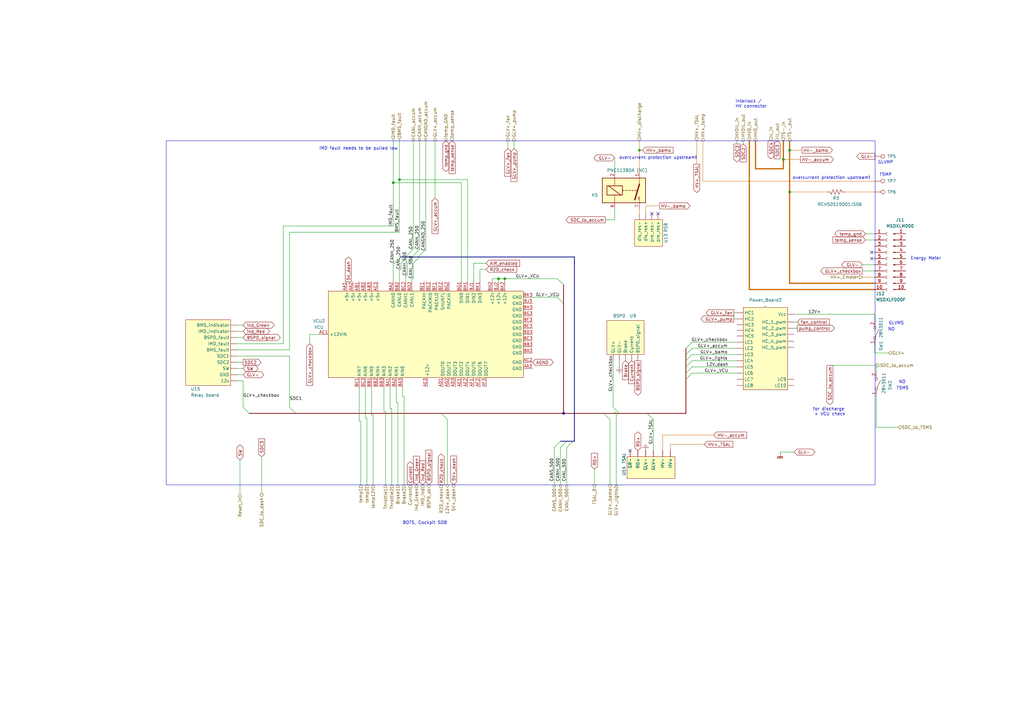
<source format=kicad_sch>
(kicad_sch (version 20250114) (generator "eeschema") (generator_version "9.0")
  (paper "A3")
  (title_block (title "SC FormulaE Electrical System"))
  (lib_symbols
    (symbol "Connector:Conn_01x10_Pin" (pin_names (offset 1.016) (hide yes))
      (property "Reference" "J" (at 0 12.7 0))
      (property "Value" "Conn_01x10_Pin" (at 0 -15.24 0))
      (symbol "Conn_01x10_Pin_1_1"
        (rectangle (start 0.8636 10.287) (end 0 10.033) (stroke (width 0.1524)) (fill (type outline)))
        (rectangle (start 0.8636 7.747) (end 0 7.493) (stroke (width 0.1524)) (fill (type outline)))
        (rectangle (start 0.8636 5.207) (end 0 4.953) (stroke (width 0.1524)) (fill (type outline)))
        (rectangle (start 0.8636 2.667) (end 0 2.413) (stroke (width 0.1524)) (fill (type outline)))
        (rectangle (start 0.8636 0.127) (end 0 -0.127) (stroke (width 0.1524)) (fill (type outline)))
        (rectangle (start 0.8636 -2.413) (end 0 -2.667) (stroke (width 0.1524)) (fill (type outline)))
        (rectangle (start 0.8636 -4.953) (end 0 -5.207) (stroke (width 0.1524)) (fill (type outline)))
        (rectangle (start 0.8636 -7.493) (end 0 -7.747) (stroke (width 0.1524)) (fill (type outline)))
        (rectangle (start 0.8636 -10.033) (end 0 -10.287) (stroke (width 0.1524)) (fill (type outline)))
        (rectangle (start 0.8636 -12.573) (end 0 -12.827) (stroke (width 0.1524)) (fill (type outline)))
        (polyline (pts (xy 1.27 10.16) (xy 0.8636 10.16)) (stroke (width 0.1524)))
        (polyline (pts (xy 1.27 7.62) (xy 0.8636 7.62)) (stroke (width 0.1524)))
        (polyline (pts (xy 1.27 5.08) (xy 0.8636 5.08)) (stroke (width 0.1524)))
        (polyline (pts (xy 1.27 2.54) (xy 0.8636 2.54)) (stroke (width 0.1524)))
        (polyline (pts (xy 1.27 0) (xy 0.8636 0)) (stroke (width 0.1524)))
        (polyline (pts (xy 1.27 -2.54) (xy 0.8636 -2.54)) (stroke (width 0.1524)))
        (polyline (pts (xy 1.27 -5.08) (xy 0.8636 -5.08)) (stroke (width 0.1524)))
        (polyline (pts (xy 1.27 -7.62) (xy 0.8636 -7.62)) (stroke (width 0.1524)))
        (polyline (pts (xy 1.27 -10.16) (xy 0.8636 -10.16)) (stroke (width 0.1524)))
        (polyline (pts (xy 1.27 -12.7) (xy 0.8636 -12.7)) (stroke (width 0.1524)))
        (pin passive line (at 5.08 10.16 180) (length 3.81) (name "Pin_1") (number "1"))
        (pin passive line (at 5.08 7.62 180) (length 3.81) (name "Pin_2") (number "2"))
        (pin passive line (at 5.08 5.08 180) (length 3.81) (name "Pin_3") (number "3"))
        (pin passive line (at 5.08 2.54 180) (length 3.81) (name "Pin_4") (number "4"))
        (pin passive line (at 5.08 0 180) (length 3.81) (name "Pin_5") (number "5"))
        (pin passive line (at 5.08 -2.54 180) (length 3.81) (name "Pin_6") (number "6"))
        (pin passive line (at 5.08 -5.08 180) (length 3.81) (name "Pin_7") (number "7"))
        (pin passive line (at 5.08 -7.62 180) (length 3.81) (name "Pin_8") (number "8"))
        (pin passive line (at 5.08 -10.16 180) (length 3.81) (name "Pin_9") (number "9"))
        (pin passive line (at 5.08 -12.7 180) (length 3.81) (name "Pin_10") (number "10"))
      )
    )
    (symbol "Connector:Conn_01x10_Socket" (pin_names (offset 1.016) (hide yes))
      (property "Reference" "J" (at 0 12.7 0))
      (property "Value" "Conn_01x10_Socket" (at 0 -15.24 0))
      (symbol "Conn_01x10_Socket_1_1"
        (polyline (pts (xy -1.27 10.16) (xy -0.508 10.16)) (stroke (width 0.1524)))
        (polyline (pts (xy -1.27 7.62) (xy -0.508 7.62)) (stroke (width 0.1524)))
        (polyline (pts (xy -1.27 5.08) (xy -0.508 5.08)) (stroke (width 0.1524)))
        (polyline (pts (xy -1.27 2.54) (xy -0.508 2.54)) (stroke (width 0.1524)))
        (polyline (pts (xy -1.27 0) (xy -0.508 0)) (stroke (width 0.1524)))
        (polyline (pts (xy -1.27 -2.54) (xy -0.508 -2.54)) (stroke (width 0.1524)))
        (polyline (pts (xy -1.27 -5.08) (xy -0.508 -5.08)) (stroke (width 0.1524)))
        (polyline (pts (xy -1.27 -7.62) (xy -0.508 -7.62)) (stroke (width 0.1524)))
        (polyline (pts (xy -1.27 -10.16) (xy -0.508 -10.16)) (stroke (width 0.1524)))
        (polyline (pts (xy -1.27 -12.7) (xy -0.508 -12.7)) (stroke (width 0.1524)))
        (arc (start 0 9.652) (mid -0.5058 10.16) (end 0 10.668) (stroke (width 0.1524)))
        (arc (start 0 7.112) (mid -0.5058 7.62) (end 0 8.128) (stroke (width 0.1524)))
        (arc (start 0 4.572) (mid -0.5058 5.08) (end 0 5.588) (stroke (width 0.1524)))
        (arc (start 0 2.032) (mid -0.5058 2.54) (end 0 3.048) (stroke (width 0.1524)))
        (arc (start 0 -0.508) (mid -0.5058 0) (end 0 0.508) (stroke (width 0.1524)))
        (arc (start 0 -3.048) (mid -0.5058 -2.54) (end 0 -2.032) (stroke (width 0.1524)))
        (arc (start 0 -5.588) (mid -0.5058 -5.08) (end 0 -4.572) (stroke (width 0.1524)))
        (arc (start 0 -8.128) (mid -0.5058 -7.62) (end 0 -7.112) (stroke (width 0.1524)))
        (arc (start 0 -10.668) (mid -0.5058 -10.16) (end 0 -9.652) (stroke (width 0.1524)))
        (arc (start 0 -13.208) (mid -0.5058 -12.7) (end 0 -12.192) (stroke (width 0.1524)))
        (pin passive line (at -5.08 10.16 0) (length 3.81) (name "Pin_1") (number "1"))
        (pin passive line (at -5.08 7.62 0) (length 3.81) (name "Pin_2") (number "2"))
        (pin passive line (at -5.08 5.08 0) (length 3.81) (name "Pin_3") (number "3"))
        (pin passive line (at -5.08 2.54 0) (length 3.81) (name "Pin_4") (number "4"))
        (pin passive line (at -5.08 0 0) (length 3.81) (name "Pin_5") (number "5"))
        (pin passive line (at -5.08 -2.54 0) (length 3.81) (name "Pin_6") (number "6"))
        (pin passive line (at -5.08 -5.08 0) (length 3.81) (name "Pin_7") (number "7"))
        (pin passive line (at -5.08 -7.62 0) (length 3.81) (name "Pin_8") (number "8"))
        (pin passive line (at -5.08 -10.16 0) (length 3.81) (name "Pin_9") (number "9"))
        (pin passive line (at -5.08 -12.7 0) (length 3.81) (name "Pin_10") (number "10"))
      )
    )
    (symbol "Connector:TestPoint" (pin_numbers (hide yes)) (pin_names (offset 0.762) (hide yes))
      (property "Reference" "TP" (at 0 6.858 0))
      (property "Value" "TestPoint" (at 0 5.08 0))
      (symbol "TestPoint_0_1"
        (circle (center 0 3.302) (radius 0.762))
      )
      (symbol "TestPoint_1_1"
        (pin passive line (at 0 0 90) (length 2.54) (name "1") (number "1"))
      )
    )
    (symbol "Device:R_US" (pin_numbers (hide yes)) (pin_names (offset 0))
      (property "Reference" "R" (at 2.54 0 90))
      (property "Value" "R_US" (at -2.54 0 90))
      (symbol "R_US_0_1"
        (polyline (pts (xy 0 2.286) (xy 0 2.54)))
        (polyline (pts (xy 0 2.286) (xy 1.016 1.905) (xy 0 1.524) (xy -1.016 1.143) (xy 0 0.762)))
        (polyline (pts (xy 0 0.762) (xy 1.016 0.381) (xy 0 0) (xy -1.016 -0.381) (xy 0 -0.762)))
        (polyline (pts (xy 0 -0.762) (xy 1.016 -1.143) (xy 0 -1.524) (xy -1.016 -1.905) (xy 0 -2.286)))
        (polyline (pts (xy 0 -2.286) (xy 0 -2.54)))
      )
      (symbol "R_US_1_1"
        (pin passive line (at 0 3.81 270) (length 1.27) (name "~") (number "1"))
        (pin passive line (at 0 -3.81 90) (length 1.27) (name "~") (number "2"))
      )
    )
    (symbol "FSAE:VCU"
      (property "Reference" "VCU3" (at -6.3186 48.26 90))
      (property "Value" "VCU" (at -3.7786 48.26 90))
      (symbol "VCU_0_1"
        (rectangle (start -17.78 44.45) (end 17.78 -35.56) (fill (type background)))
      )
      (symbol "VCU_1_1"
        (pin output line (at -21.59 31.75 0) (length 3.81) (name "AIN7") (number "BC1"))
        (pin output line (at -21.59 29.21 0) (length 3.81) (name "AIN6") (number "BC2"))
        (pin output line (at -21.59 26.67 0) (length 3.81) (name "AIN5") (number "BB1"))
        (pin output line (at -21.59 24.13 0) (length 3.81) (name "AIN4") (number "BB2"))
        (pin output line (at -21.59 21.59 0) (length 3.81) (name "AIN3") (number "BB3"))
        (pin output line (at -21.59 19.05 0) (length 3.81) (name "AIN2") (number "BA1"))
        (pin output line (at -21.59 16.51 0) (length 3.81) (name "AIN1") (number "BA2"))
        (pin output line (at -21.59 13.97 0) (length 3.81) (name "AIN0") (number "BA3"))
        (pin output line (at -21.59 3.81 0) (length 3.81) (name "+12v") (number "AE3"))
        (pin output line (at -21.59 -2.54 0) (length 3.81) (name "DOUT0") (number "AD1"))
        (pin output line (at -21.59 -5.08 0) (length 3.81) (name "DOUT1") (number "AD2"))
        (pin output line (at -21.59 -7.62 0) (length 3.81) (name "DOUT3") (number "AD3"))
        (pin output line (at -21.59 -10.16 0) (length 3.81) (name "DOUT2") (number "AE1"))
        (pin output line (at -21.59 -12.7 0) (length 3.81) (name "DOUT4") (number "AE2"))
        (pin output line (at -21.59 -15.24 0) (length 3.81) (name "DOUT5") (number "AF1"))
        (pin output line (at -21.59 -17.78 0) (length 3.81) (name "DOUT6") (number "AF2"))
        (pin output line (at -21.59 -20.32 0) (length 3.81) (name "DOUT7") (number "AF3"))
        (pin output line (at -13.97 -39.37 90) (length 3.81) (name "GND") (number "AA3"))
        (pin output line (at -11.43 -39.37 90) (length 3.81) (name "GND") (number "AC2"))
        (pin output line (at -7.62 -39.37 90) (length 3.81) (name "GND") (number "BA3"))
        (pin output line (at -5.08 -39.37 90) (length 3.81) (name "GND") (number "BB3"))
        (pin output line (at -2.54 -39.37 90) (length 3.81) (name "GND") (number "BC3"))
        (pin input line (at 0 48.26 270) (length 3.81) (name "+12VIN") (number "AC1"))
        (pin output line (at 0 -39.37 90) (length 3.81) (name "GND") (number "BD3"))
        (pin output line (at 2.54 -39.37 90) (length 3.81) (name "GND") (number "BE3"))
        (pin output line (at 5.08 -39.37 90) (length 3.81) (name "GND") (number "BF3"))
        (pin output line (at 7.62 -39.37 90) (length 3.81) (name "GND") (number "BG3"))
        (pin output line (at 10.16 -39.37 90) (length 3.81) (name "GND") (number "BH3"))
        (pin output line (at 12.7 -39.37 90) (length 3.81) (name "GND") (number "BJ3"))
        (pin output line (at 15.24 -39.37 90) (length 3.81) (name "GND") (number "BK3"))
        (pin output line (at 21.59 36.83 180) (length 3.81) (name "+5v") (number "AA1"))
        (pin output line (at 21.59 34.29 180) (length 3.81) (name "+5v") (number "AA2"))
        (pin output line (at 21.59 31.75 180) (length 3.81) (name "+5v") (number "AB1"))
        (pin output line (at 21.59 29.21 180) (length 3.81) (name "+5v") (number "AB2"))
        (pin output line (at 21.59 26.67 180) (length 3.81) (name "+5v") (number "AB3"))
        (pin output line (at 21.59 24.13 180) (length 3.81) (name "+5v") (number "AC3"))
        (pin output line (at 21.59 17.78 180) (length 3.81) (name "CANH0") (number "BA2"))
        (pin output line (at 21.59 15.24 180) (length 3.81) (name "CANL0") (number "BB2"))
        (pin output line (at 21.59 12.7 180) (length 3.81) (name "CANH1") (number "BC2"))
        (pin output line (at 21.59 10.16 180) (length 3.81) (name "CANL1") (number "BD2"))
        (pin output line (at 21.59 5.08 180) (length 3.81) (name "PACKHI") (number "BE1"))
        (pin output line (at 21.59 2.54 180) (length 3.81) (name "PACKMID") (number "BE2"))
        (pin output line (at 21.59 0 180) (length 3.81) (name "PACKLO") (number "BF1"))
        (pin output line (at 21.59 -2.54 180) (length 3.81) (name "SHUNTL") (number "BF2"))
        (pin output line (at 21.59 -5.08 180) (length 3.81) (name "PACKHI") (number "BG2"))
        (pin output line (at 21.59 -10.16 180) (length 3.81) (name "DIN0") (number "BG1"))
        (pin output line (at 21.59 -12.7 180) (length 3.81) (name "DIN1") (number "BH1"))
        (pin output line (at 21.59 -15.24 180) (length 3.81) (name "DIN2") (number "BJ1"))
        (pin output line (at 21.59 -17.78 180) (length 3.81) (name "DIN3") (number "BK1"))
        (pin output line (at 21.59 -22.86 180) (length 3.81) (name "+12v") (number "BH2"))
        (pin output line (at 21.59 -25.4 180) (length 3.81) (name "+12v") (number "BJ2"))
        (pin output line (at 21.59 -27.94 180) (length 3.81) (name "+12v") (number "BK2"))
      )
    )
    (symbol "Power_Board_1"
      (property "Reference" "Power_Board2" (at 14.224 30.48 0))
      (property "Value" "~" (at 14.224 27.94 0))
      (symbol "Power_Board_1_1_1"
        (rectangle (start 5.08 27.432) (end 23.368 -6.35) (fill (type background)))
        (pin input line (at 2.54 24.638 0) (length 2.54) (name "Vcc") (number ""))
        (pin input line (at 2.54 21.463 0) (length 2.54) (name "HC_1_pwm") (number ""))
        (pin input line (at 2.54 18.923 0) (length 2.54) (name "HC_2_pwm") (number ""))
        (pin input line (at 2.54 16.383 0) (length 2.54) (name "HC_3_pwm") (number ""))
        (pin input line (at 2.54 13.589 0) (length 2.54) (name "HC_4_pwm") (number ""))
        (pin input line (at 2.54 11.049 0) (length 2.54) (name "HC_5_pwm") (number ""))
        (pin input line (at 2.54 -2.032 0) (length 2.54) (name "LC9") (number ""))
        (pin input line (at 2.54 -4.572 0) (length 2.54) (name "LC10") (number ""))
        (pin input line (at 25.908 25.273 180) (length 2.54) (name "HC1") (number ""))
        (pin input line (at 25.908 22.733 180) (length 2.54) (name "HC2") (number ""))
        (pin input line (at 25.908 20.32 180) (length 2.54) (name "HC3") (number ""))
        (pin input line (at 25.908 18.034 180) (length 2.54) (name "HC4") (number ""))
        (pin input line (at 25.908 15.748 180) (length 2.54) (name "HC5") (number ""))
        (pin input line (at 25.908 13.208 180) (length 2.54) (name "LC1") (number ""))
        (pin input line (at 25.908 10.668 180) (length 2.54) (name "LC2") (number ""))
        (pin input line (at 25.908 8.128 180) (length 2.54) (name "LC3") (number ""))
        (pin input line (at 25.908 5.588 180) (length 2.54) (name "LC4") (number ""))
        (pin input line (at 25.908 3.048 180) (length 2.54) (name "LC5") (number ""))
        (pin input line (at 25.908 0.508 180) (length 2.54) (name "LC6") (number ""))
        (pin input line (at 25.908 -2.032 180) (length 2.54) (name "LC7") (number ""))
        (pin input line (at 25.908 -4.572 180) (length 2.54) (name "LC8") (number ""))
      )
    )
    (symbol "Random:BSPD"
      (property "Reference" "U" (at -3.81 5.08 0))
      (symbol "BSPD_1_1"
        (rectangle (start -6.35 3.81) (end 7.62 -11.43) (fill (type background)))
        (pin input line (at -8.89 1.27 0) (length 2.54) (name "GLV+") (number ""))
        (pin input line (at -8.89 -1.27 0) (length 2.54) (name "GLV-") (number ""))
        (pin input line (at -8.89 -3.81 0) (length 2.54) (name "Brake") (number ""))
        (pin input line (at -8.89 -6.35 0) (length 2.54) (name "Current") (number ""))
        (pin output line (at -8.89 -8.89 0) (length 2.54) (name "BSPD_signal") (number ""))
      )
    )
    (symbol "Random:RSB"
      (property "Reference" "U5" (at -5.715 6.985 0))
      (property "Value" "RSB" (at 0.635 6.985 0))
      (symbol "RSB_1_1"
        (rectangle (start -6.985 5.715) (end 3.81 -5.715) (fill (type background)))
        (pin input line (at 6.35 3.81 180) (length 2.54) (name "pre_res+") (number ""))
        (pin input line (at 6.35 1.27 180) (length 2.54) (name "pre_res-") (number ""))
        (pin input line (at 6.35 -1.27 180) (length 2.54) (name "dis_res+") (number ""))
        (pin input line (at 6.35 -3.81 180) (length 2.54) (name "dis_res-") (number ""))
      )
    )
    (symbol "Random:TSAL"
      (property "Reference" "U7" (at 12.7 0 0))
      (property "Value" "TSAL" (at 15.24 -2.54 0))
      (symbol "TSAL_1_1"
        (rectangle (start -8.255 4.445) (end 11.43 -4.445) (fill (type background)))
        (pin power_in line (at -6.35 -6.985 90) (length 2.54) (name "HV+") (number ""))
        (pin power_in line (at -3.175 -6.985 90) (length 2.54) (name "HV-") (number ""))
        (pin power_in line (at 0.635 -6.985 90) (length 2.54) (name "GLV+") (number ""))
        (pin power_in line (at 3.81 -6.985 90) (length 2.54) (name "GLV-") (number ""))
        (pin power_in line (at 6.985 -6.985 90) (length 2.54) (name "RD+") (number ""))
        (pin power_in line (at 10.16 -6.985 90) (length 2.54) (name "GR-") (number ""))
      )
    )
    (symbol "Relay:DIPxx-1Axx-11x"
      (property "Reference" "K" (at 8.89 3.81 0))
      (property "Value" "DIPxx-1Axx-11x" (at 8.89 1.27 0))
      (symbol "DIPxx-1Axx-11x_0_0"
        (polyline (pts (xy 5.08 5.08) (xy 5.08 2.54) (xy 4.445 3.175) (xy 5.08 3.81)))
      )
      (symbol "DIPxx-1Axx-11x_0_1"
        (rectangle (start -10.16 5.08) (end 7.62 -5.08) (stroke (width 0.254)) (fill (type background)))
        (rectangle (start -8.255 1.905) (end -1.905 -1.905) (stroke (width 0.254)))
        (polyline (pts (xy -7.62 -1.905) (xy -2.54 1.905)) (stroke (width 0.254)))
        (polyline (pts (xy -5.08 5.08) (xy -5.08 1.905)))
        (polyline (pts (xy -5.08 -5.08) (xy -5.08 -1.905)))
        (polyline (pts (xy -1.905 0) (xy -1.27 0)) (stroke (width 0.254)))
        (polyline (pts (xy -0.635 0) (xy 0 0)) (stroke (width 0.254)))
        (polyline (pts (xy 0.635 0) (xy 1.27 0)) (stroke (width 0.254)))
        (polyline (pts (xy 1.905 0) (xy 2.54 0)) (stroke (width 0.254)))
        (polyline (pts (xy 3.175 0) (xy 3.81 0)) (stroke (width 0.254)))
        (polyline (pts (xy 5.08 -2.54) (xy 3.175 3.81)) (stroke (width 0.508)))
        (polyline (pts (xy 5.08 -2.54) (xy 5.08 -5.08)))
      )
      (symbol "DIPxx-1Axx-11x_1_1"
        (pin passive line (at -5.08 7.62 270) (length 2.54) (name "~") (number "6"))
        (pin passive line (at -5.08 -7.62 90) (length 2.54) (name "~") (number "2"))
        (pin passive line (at 5.08 7.62 270) (length 2.54) (name "~") (number "7"))
        (pin passive line (at 5.08 7.62 270) (length 2.54) (hide yes) (name "~") (number "8"))
        (pin passive line (at 5.08 -7.62 90) (length 2.54) (name "~") (number "1"))
        (pin passive line (at 5.08 -7.62 90) (length 2.54) (hide yes) (name "~") (number "14"))
      )
    )
    (symbol "Relay_board_1"
      (property "Reference" "U14" (at -8.382 10.668 90))
      (property "Value" "Relay board" (at -10.922 10.668 90))
      (symbol "Relay_board_1_1_1"
        (rectangle (start -6.985 12.7) (end 19.939 -5.715) (fill (type background)))
        (pin power_in line (at -5.08 -8.255 90) (length 2.54) (name "12v") (number ""))
        (pin power_in line (at -2.54 -8.255 90) (length 2.54) (name "GND") (number ""))
        (pin input line (at 0 -8.255 90) (length 2.54) (name "SW") (number ""))
        (pin output line (at 2.54 -8.255 90) (length 2.54) (name "SDC2") (number ""))
        (pin input line (at 5.08 -8.255 90) (length 2.54) (name "SDC1") (number ""))
        (pin input line (at 7.62 -8.255 90) (length 2.54) (name "BMS_fault") (number ""))
        (pin input line (at 10.16 -8.255 90) (length 2.54) (name "IMD_fault") (number ""))
        (pin input line (at 12.7 -8.255 90) (length 2.54) (name "BSPD_fault") (number ""))
        (pin output line (at 15.24 -8.255 90) (length 2.54) (name "IMD_indicator") (number ""))
        (pin output line (at 17.78 -8.255 90) (length 2.54) (name "BMS_indicator") (number ""))
      )
    )
    (symbol "Switch:SW_SPST" (pin_names (offset 0) (hide yes))
      (property "Reference" "SW" (at 0 3.175 0))
      (property "Value" "SW_SPST" (at 0 -2.54 0))
      (symbol "SW_SPST_0_0"
        (circle (center -2.032 0) (radius 0.508))
        (polyline (pts (xy -1.524 0.254) (xy 1.524 1.778)))
        (circle (center 2.032 0) (radius 0.508))
      )
      (symbol "SW_SPST_1_1"
        (pin passive line (at -5.08 0 0) (length 2.54) (name "A") (number "1"))
        (pin passive line (at 5.08 0 180) (length 2.54) (name "B") (number "2"))
      )
    )
    (symbol "power:Earth" (power) (pin_names (offset 0))
      (symbol "Earth_0_1"
        (polyline (pts (xy -0.635 -1.905) (xy 0.635 -1.905)))
        (polyline (pts (xy -0.127 -2.54) (xy 0.127 -2.54)))
        (polyline (pts (xy 0 -1.27) (xy 0 0)))
        (polyline (pts (xy 1.27 -1.27) (xy -1.27 -1.27)))
      )
      (symbol "Earth_1_1"
        (pin power_in line (at 0 0 270) (length 0) (hide yes) (name "Earth") (number "1"))
      )
    )
    (symbol "power:GNDPWR" (power) (pin_numbers (hide yes)) (pin_names (offset 0) (hide yes))
      (property "Value" "GNDPWR" (at 0 -3.302 0))
      (symbol "GNDPWR_0_1"
        (polyline (pts (xy -1.016 -1.27) (xy -1.27 -2.032) (xy -1.27 -2.032)) (stroke (width 0.2032)))
        (polyline (pts (xy -0.508 -1.27) (xy -0.762 -2.032) (xy -0.762 -2.032)) (stroke (width 0.2032)))
        (polyline (pts (xy 0 -1.27) (xy 0 0)))
        (polyline (pts (xy 0 -1.27) (xy -0.254 -2.032) (xy -0.254 -2.032)) (stroke (width 0.2032)))
        (polyline (pts (xy 0.508 -1.27) (xy 0.254 -2.032) (xy 0.254 -2.032)) (stroke (width 0.2032)))
        (polyline (pts (xy 1.016 -1.27) (xy -1.016 -1.27) (xy -1.016 -1.27)) (stroke (width 0.2032)))
        (polyline (pts (xy 1.016 -1.27) (xy 0.762 -2.032) (xy 0.762 -2.032) (xy 0.762 -2.032)) (stroke (width 0.2032)))
      )
      (symbol "GNDPWR_1_1"
        (pin power_in line (at 0 0 270) (length 0) (name "~") (number "1"))
      )
    )
  )
  (rectangle (start 68.199 57.785) (end 358.902 198.882))
  (text "Energy Meter" (at 379.73 106.045 0) (effects (font (size 1.27 1.27))))
  (text "BOTS, Cockpit SDB" (at 165.1 215.265 0) (effects (font (size 1.27 1.27)) (justify left bottom)))
  (text "GLVMP" (at 363.22 66.675 0) (effects (font (size 1.27 1.27))))
  (text "TSMP" (at 363.22 71.755 0) (effects (font (size 1.27 1.27))))
  (text "NO" (at 367.03 135.89 0) (effects (font (size 1.27 1.27)) (justify right bottom)))
  (text "Interlock / \nHV connector" (at 301.625 44.45 0) (effects (font (size 1.27 1.27)) (justify left bottom)))
  (text "overcurrent protection upstream!" (at 340.995 73.025 0) (effects (font (size 1.27 1.27))))
  (text "TSMS\n" (at 367.665 160.02 0) (effects (font (size 1.27 1.27)) (justify left bottom)))
  (text "IMD fault needs to be pulled low\n" (at 147.066 60.96 0) (effects (font (size 1.27 1.27))))
  (text "for discharge \n+ VCU check" (at 340.36 168.91 0) (effects (font (size 1.27 1.27))))
  (text "overcurrent protection upstream!" (at 269.875 64.77 0) (effects (font (size 1.27 1.27))))
  (text "NO" (at 371.475 157.48 0) (effects (font (size 1.27 1.27)) (justify right bottom)))
  (text "GLVMS" (at 364.49 133.35 0) (effects (font (size 1.27 1.27)) (justify left bottom)))
  (junction (at 231.14 169.545))
  (junction (at 163.83 73.66))
  (junction (at 321.31 65.405))
  (junction (at 161.29 74.93))
  (junction (at 323.85 61.595))
  (junction (at 207.01 114.3))
  (junction (at 262.255 61.595))
  (junction (at 204.47 114.3))
  (junction (at 323.85 78.74))
  (no_connect (at 258.445 184.785))
  (no_connect (at 269.875 87.63))
  (no_connect (at 357.505 106.045))
  (no_connect (at 267.335 87.63))
  (no_connect (at 357.505 103.505))
  (bus_entry (at 251.46 167.005) (size 2.54 2.54))
  (bus_entry (at 265.43 169.545) (size 2.54 2.54))
  (bus_entry (at 232.41 180.975) (size -2.54 2.54))
  (bus_entry (at 167.005 107.95) (size 2.54 -2.54))
  (bus_entry (at 161.925 107.95) (size 2.54 -2.54))
  (bus_entry (at 247.65 169.545) (size 2.54 2.54))
  (bus_entry (at 228.6 114.3) (size 2.54 2.54))
  (bus_entry (at 169.545 107.95) (size 2.54 -2.54))
  (bus_entry (at 281.305 145.415) (size 2.54 -2.54))
  (bus_entry (at 228.6 121.92) (size 2.54 2.54))
  (bus_entry (at 281.305 153.035) (size 2.54 -2.54))
  (bus_entry (at 234.95 180.975) (size -2.54 2.54))
  (bus_entry (at 281.305 150.495) (size 2.54 -2.54))
  (bus_entry (at 164.465 107.95) (size 2.54 -2.54))
  (bus_entry (at 180.975 169.545) (size 2.54 2.54))
  (bus_entry (at 168.91 102.87) (size -2.54 2.54))
  (bus_entry (at 281.305 142.875) (size 2.54 -2.54))
  (bus_entry (at 281.305 155.575) (size 2.54 -2.54))
  (bus_entry (at 281.305 147.955) (size 2.54 -2.54))
  (bus_entry (at 171.45 105.41) (size 2.54 -2.54))
  (bus_entry (at 121.285 169.545) (size -2.54 -2.54))
  (bus_entry (at 168.91 105.41) (size 2.54 -2.54))
  (bus_entry (at 229.87 180.975) (size -2.54 2.54))
  (bus_entry (at 102.235 169.545) (size -2.54 -2.54))
  (wire (pts (xy 201.93 114.3) (xy 204.47 114.3)))
  (bus (pts (xy 167.005 105.41) (xy 166.37 105.41)))
  (wire (pts (xy 147.32 172.72) (xy 147.32 158.75)))
  (wire (pts (xy 163.83 73.66) (xy 191.77 73.66)))
  (wire (pts (xy 157.48 168.91) (xy 158.115 168.91)))
  (wire (pts (xy 288.29 74.295) (xy 358.775 74.295)) (stroke (width 0) (color 204 102 0 1)))
  (wire (pts (xy 327.025 134.62) (xy 325.755 134.62)))
  (wire (pts (xy 196.85 110.49) (xy 196.85 115.57)))
  (wire (pts (xy 174.625 102.87) (xy 174.625 57.785)))
  (wire (pts (xy 327.025 132.08) (xy 325.755 132.08)))
  (wire (pts (xy 164.465 110.49) (xy 164.465 107.95)))
  (wire (pts (xy 359.41 175.26) (xy 368.3 175.26)))
  (wire (pts (xy 267.97 172.085) (xy 267.97 184.785)))
  (wire (pts (xy 302.26 145.415) (xy 283.845 145.415)))
  (wire (pts (xy 283.845 150.495) (xy 302.26 150.495)))
  (wire (pts (xy 162.56 165.1) (xy 163.195 165.1)))
  (bus (pts (xy 281.305 147.955) (xy 281.305 150.495)) (stroke (width 0) (color 132 0 0 1)))
  (wire (pts (xy 168.91 102.235) (xy 168.91 102.87)))
  (wire (pts (xy 243.84 198.755) (xy 243.84 192.405)))
  (wire (pts (xy 97.155 151.13) (xy 99.695 151.13)))
  (wire (pts (xy 252.095 168.91) (xy 252.73 169.545)))
  (wire (pts (xy 165.1 158.75) (xy 165.1 162.56)))
  (wire (pts (xy 163.83 73.66) (xy 163.83 95.25)))
  (wire (pts (xy 171.45 102.235) (xy 172.085 102.235)))
  (wire (pts (xy 353.695 111.125) (xy 358.775 111.125)))
  (wire (pts (xy 107.315 187.325) (xy 107.315 202.565)))
  (wire (pts (xy 320.04 185.42) (xy 325.755 185.42)))
  (wire (pts (xy 262.255 87.63) (xy 262.255 85.725)) (stroke (width 0) (color 204 102 0 1)))
  (bus (pts (xy 102.235 169.545) (xy 121.285 169.545)) (stroke (width 0) (color 132 0 0 1)))
  (wire (pts (xy 99.695 156.21) (xy 99.695 167.005)))
  (wire (pts (xy 201.93 115.57) (xy 201.93 114.3)))
  (wire (pts (xy 99.695 148.59) (xy 97.155 148.59)))
  (wire (pts (xy 99.695 135.89) (xy 97.155 135.89)))
  (wire (pts (xy 346.71 78.74) (xy 358.775 78.74)) (stroke (width 0) (color 204 102 0 1)))
  (wire (pts (xy 204.47 114.3) (xy 207.01 114.3)))
  (wire (pts (xy 210.82 57.785) (xy 210.82 60.96)))
  (wire (pts (xy 207.01 114.3) (xy 228.6 114.3)))
  (wire (pts (xy 321.31 69.215) (xy 321.31 65.405)) (stroke (width 0.508) (color 204 102 0 1)))
  (bus (pts (xy 180.975 169.545) (xy 121.285 169.545)) (stroke (width 0) (color 132 0 0 1)))
  (wire (pts (xy 118.745 146.05) (xy 118.745 167.005)))
  (wire (pts (xy 227.33 183.515) (xy 227.33 198.755)))
  (wire (pts (xy 163.83 110.49) (xy 164.465 110.49)))
  (wire (pts (xy 161.29 74.93) (xy 161.29 92.71)))
  (wire (pts (xy 340.36 149.86) (xy 359.41 149.86)))
  (wire (pts (xy 274.955 184.785) (xy 274.955 182.245)) (stroke (width 0) (color 204 102 0 1)))
  (wire (pts (xy 199.39 110.49) (xy 196.85 110.49)))
  (wire (pts (xy 168.91 114.3) (xy 169.545 114.3)))
  (wire (pts (xy 171.45 102.235) (xy 171.45 102.87)))
  (wire (pts (xy 150.495 171.45) (xy 150.495 198.755)))
  (wire (pts (xy 116.205 92.71) (xy 161.29 92.71)))
  (wire (pts (xy 153.035 170.18) (xy 153.035 198.755)))
  (wire (pts (xy 252.73 199.39) (xy 252.73 169.545)))
  (wire (pts (xy 285.75 57.785) (xy 285.75 67.31)) (stroke (width 0) (color 204 102 0 1)))
  (wire (pts (xy 191.77 73.66) (xy 191.77 115.57)))
  (wire (pts (xy 323.85 116.205) (xy 358.775 116.205)) (stroke (width 0.508) (color 204 102 0 1)))
  (wire (pts (xy 147.32 172.72) (xy 147.955 172.72)))
  (wire (pts (xy 288.29 57.785) (xy 288.29 74.295)) (stroke (width 0) (color 204 102 0 1)))
  (wire (pts (xy 359.41 149.86) (xy 359.41 152.4)))
  (wire (pts (xy 189.23 74.93) (xy 189.23 115.57)))
  (wire (pts (xy 254 150.495) (xy 254 147.955)))
  (bus (pts (xy 164.465 105.41) (xy 166.37 105.41)))
  (bus (pts (xy 231.14 124.46) (xy 231.14 169.545)) (stroke (width 0) (color 132 0 0 1)))
  (wire (pts (xy 149.86 158.75) (xy 149.86 171.45)))
  (wire (pts (xy 262.255 70.485) (xy 262.255 61.595)) (stroke (width 0) (color 204 102 0 1)))
  (wire (pts (xy 358.775 128.905) (xy 358.775 131.445)))
  (wire (pts (xy 167.005 113.03) (xy 167.005 107.95)))
  (wire (pts (xy 99.695 133.35) (xy 97.155 133.35)))
  (wire (pts (xy 169.545 114.3) (xy 169.545 107.95)))
  (wire (pts (xy 160.02 167.64) (xy 160.655 167.64)))
  (wire (pts (xy 251.46 147.955) (xy 251.46 167.005)))
  (wire (pts (xy 165.735 162.56) (xy 165.735 198.755)))
  (wire (pts (xy 252.095 90.17) (xy 252.095 85.725)))
  (wire (pts (xy 172.085 102.235) (xy 172.085 57.785)))
  (wire (pts (xy 116.205 140.97) (xy 116.205 92.71)))
  (wire (pts (xy 358.775 108.585) (xy 353.695 108.585)))
  (wire (pts (xy 147.955 172.72) (xy 147.955 198.755)))
  (bus (pts (xy 281.305 153.035) (xy 281.305 155.575)) (stroke (width 0) (color 132 0 0 1)))
  (wire (pts (xy 161.29 74.93) (xy 189.23 74.93)))
  (wire (pts (xy 283.845 153.035) (xy 302.26 153.035)))
  (bus (pts (xy 254 169.545) (xy 265.43 169.545)) (stroke (width 0) (color 132 0 0 1)))
  (wire (pts (xy 321.31 65.405) (xy 321.31 57.785)) (stroke (width 0.508) (color 204 102 0 1)))
  (wire (pts (xy 359.41 175.26) (xy 359.41 162.56)))
  (wire (pts (xy 307.34 57.785) (xy 307.34 118.745)) (stroke (width 0.508) (color 204 102 0 1)))
  (wire (pts (xy 323.85 61.595) (xy 323.85 78.74)) (stroke (width 0.508) (color 204 102 0 1)))
  (wire (pts (xy 158.115 168.91) (xy 158.115 198.755)))
  (wire (pts (xy 250.19 172.085) (xy 250.19 198.755)))
  (wire (pts (xy 264.795 84.455) (xy 270.51 84.455)) (stroke (width 0) (color 204 102 0 1)))
  (wire (pts (xy 152.4 170.18) (xy 152.4 158.75)))
  (wire (pts (xy 321.31 69.215) (xy 309.88 69.215)) (stroke (width 0.508) (color 204 102 0 1)))
  (wire (pts (xy 264.795 87.63) (xy 264.795 84.455)) (stroke (width 0) (color 204 102 0 1)))
  (wire (pts (xy 178.435 57.785) (xy 178.435 81.28)))
  (wire (pts (xy 169.545 102.235) (xy 169.545 57.785)))
  (wire (pts (xy 161.29 107.95) (xy 161.925 107.95)))
  (wire (pts (xy 98.425 188.595) (xy 98.425 202.565)))
  (bus (pts (xy 169.545 105.41) (xy 168.91 105.41)))
  (wire (pts (xy 271.78 178.435) (xy 271.78 184.785)) (stroke (width 0) (color 204 102 0 1)))
  (wire (pts (xy 274.955 182.245) (xy 288.925 182.245)) (stroke (width 0) (color 204 102 0 1)))
  (wire (pts (xy 321.31 65.405) (xy 328.295 65.405)) (stroke (width 0) (color 204 102 0 1)))
  (wire (pts (xy 307.34 118.745) (xy 358.775 118.745)) (stroke (width 0.508) (color 204 102 0 1)))
  (bus (pts (xy 281.305 142.875) (xy 281.305 145.415)) (stroke (width 0) (color 132 0 0 1)))
  (bus (pts (xy 167.005 105.41) (xy 168.91 105.41)))
  (wire (pts (xy 127 137.16) (xy 127 140.97)))
  (wire (pts (xy 165.1 162.56) (xy 165.735 162.56)))
  (bus (pts (xy 235.585 180.975) (xy 234.95 180.975)))
  (wire (pts (xy 358.775 144.78) (xy 358.775 141.605)))
  (wire (pts (xy 232.41 183.515) (xy 232.41 198.755)))
  (wire (pts (xy 97.155 153.67) (xy 99.695 153.67)))
  (bus (pts (xy 171.45 105.41) (xy 172.085 105.41)))
  (wire (pts (xy 152.4 170.18) (xy 153.035 170.18)))
  (wire (pts (xy 304.8 59.055) (xy 304.8 57.785)))
  (bus (pts (xy 231.14 169.545) (xy 247.65 169.545)) (stroke (width 0) (color 132 0 0 1)))
  (wire (pts (xy 309.88 69.215) (xy 309.88 57.785)) (stroke (width 0.508) (color 204 102 0 1)))
  (bus (pts (xy 281.305 145.415) (xy 281.305 147.955)) (stroke (width 0) (color 132 0 0 1)))
  (wire (pts (xy 118.745 95.25) (xy 118.745 143.51)))
  (wire (pts (xy 163.83 95.25) (xy 118.745 95.25)))
  (wire (pts (xy 161.29 57.15) (xy 161.29 74.93)))
  (wire (pts (xy 364.49 144.78) (xy 358.775 144.78)))
  (wire (pts (xy 283.845 147.955) (xy 302.26 147.955)))
  (wire (pts (xy 271.78 178.435) (xy 292.735 178.435)) (stroke (width 0) (color 204 102 0 1)))
  (wire (pts (xy 99.695 138.43) (xy 97.155 138.43)))
  (wire (pts (xy 323.85 78.74) (xy 339.09 78.74)) (stroke (width 0) (color 204 102 0 1)))
  (bus (pts (xy 169.545 105.41) (xy 171.45 105.41)))
  (wire (pts (xy 354.965 98.425) (xy 358.775 98.425)))
  (wire (pts (xy 302.26 142.875) (xy 283.845 142.875)))
  (wire (pts (xy 157.48 158.75) (xy 157.48 168.91)))
  (wire (pts (xy 166.37 113.03) (xy 167.005 113.03)))
  (wire (pts (xy 173.99 102.87) (xy 174.625 102.87)))
  (wire (pts (xy 262.255 61.595) (xy 263.525 61.595)) (stroke (width 0) (color 204 102 0 1)))
  (bus (pts (xy 232.41 180.975) (xy 229.87 180.975)))
  (wire (pts (xy 183.515 172.085) (xy 183.515 198.755)))
  (bus (pts (xy 235.585 105.41) (xy 235.585 180.975)))
  (wire (pts (xy 283.845 140.335) (xy 302.26 140.335)))
  (wire (pts (xy 300.99 128.27) (xy 302.26 128.27)))
  (wire (pts (xy 207.01 115.57) (xy 207.01 114.3)))
  (wire (pts (xy 300.99 130.81) (xy 302.26 130.81)))
  (bus (pts (xy 180.975 169.545) (xy 231.14 169.545)) (stroke (width 0) (color 132 0 0 1)))
  (wire (pts (xy 325.755 128.905) (xy 358.775 128.905)))
  (wire (pts (xy 166.37 113.03) (xy 166.37 115.57)))
  (wire (pts (xy 149.86 171.45) (xy 150.495 171.45)))
  (wire (pts (xy 323.85 78.74) (xy 323.85 116.205)) (stroke (width 0.508) (color 204 102 0 1)))
  (wire (pts (xy 357.505 103.505) (xy 358.775 103.505)))
  (bus (pts (xy 281.305 169.545) (xy 281.305 155.575)) (stroke (width 0) (color 132 0 0 1)))
  (wire (pts (xy 204.47 115.57) (xy 204.47 114.3)))
  (wire (pts (xy 320.04 186.055) (xy 320.04 185.42)))
  (wire (pts (xy 161.29 107.95) (xy 161.29 115.57)))
  (wire (pts (xy 163.83 110.49) (xy 163.83 115.57)))
  (wire (pts (xy 218.44 121.92) (xy 228.6 121.92)))
  (wire (pts (xy 97.155 146.05) (xy 118.745 146.05)))
  (wire (pts (xy 323.85 57.785) (xy 323.85 61.595)) (stroke (width 0.508) (color 204 102 0 1)))
  (wire (pts (xy 357.505 106.045) (xy 358.775 106.045)))
  (bus (pts (xy 281.305 150.495) (xy 281.305 153.035)) (stroke (width 0) (color 132 0 0 1)))
  (bus (pts (xy 234.95 180.975) (xy 232.41 180.975)))
  (bus (pts (xy 172.085 105.41) (xy 235.585 105.41)))
  (wire (pts (xy 168.91 102.235) (xy 169.545 102.235)))
  (wire (pts (xy 229.87 183.515) (xy 229.87 198.755)))
  (wire (pts (xy 142.24 115.57) (xy 142.875 115.57)))
  (wire (pts (xy 116.205 140.97) (xy 97.155 140.97)))
  (wire (pts (xy 160.655 167.64) (xy 160.655 198.755)))
  (wire (pts (xy 97.155 143.51) (xy 118.745 143.51)))
  (wire (pts (xy 194.31 107.95) (xy 194.31 115.57)))
  (wire (pts (xy 162.56 158.75) (xy 162.56 165.1)))
  (wire (pts (xy 208.28 57.785) (xy 208.28 60.96)))
  (bus (pts (xy 247.65 169.545) (xy 254 169.545)) (stroke (width 0) (color 132 0 0 1)))
  (wire (pts (xy 262.255 61.595) (xy 262.255 57.785)) (stroke (width 0) (color 204 102 0 1)))
  (wire (pts (xy 328.93 61.595) (xy 323.85 61.595)) (stroke (width 0) (color 204 102 0 1)))
  (wire (pts (xy 302.26 59.055) (xy 302.26 57.785)))
  (wire (pts (xy 168.91 114.3) (xy 168.91 115.57)))
  (wire (pts (xy 199.39 107.95) (xy 194.31 107.95)))
  (wire (pts (xy 130.81 137.16) (xy 127 137.16)))
  (wire (pts (xy 163.83 57.15) (xy 163.83 73.66)))
  (bus (pts (xy 265.43 169.545) (xy 281.305 169.545)) (stroke (width 0) (color 132 0 0 1)))
  (wire (pts (xy 160.02 158.75) (xy 160.02 167.64)))
  (wire (pts (xy 163.195 165.1) (xy 163.195 198.755)))
  (wire (pts (xy 97.155 156.21) (xy 99.695 156.21)))
  (wire (pts (xy 353.695 113.665) (xy 358.775 113.665)) (stroke (width 0) (color 204 102 0 1)))
  (wire (pts (xy 252.095 70.485) (xy 252.095 64.77)))
  (wire (pts (xy 354.965 95.885) (xy 358.775 95.885)))
  (bus (pts (xy 231.14 116.84) (xy 231.14 124.46)) (stroke (width 0) (color 132 0 0 1)))
  (wire (pts (xy 248.285 90.17) (xy 252.095 90.17)))
  (label "GLV+_VCU" (at 288.925 153.035 0))
  (label "GLV+_checkbox" (at 298.45 140.335 180))
  (label "SDC1" (at 118.745 164.465 0))
  (label "CANL_250" (at 169.545 102.235 90))
  (label "12V_dash" (at 289.56 150.495 0))
  (label "GLV+_bamo" (at 298.45 145.415 180))
  (label "CANH_500" (at 167.005 113.03 90))
  (label "GLV-_VCU" (at 219.71 121.92 0))
  (label "GLV+_accum" (at 298.45 142.875 180))
  (label "CANH_250" (at 172.085 102.235 90))
  (label "IMD_fault" (at 161.29 92.71 90))
  (label "GLV+_checkbox" (at 251.46 160.655 90))
  (label "GLV+_checkbox" (at 99.695 163.195 0))
  (label "CANL_250" (at 164.465 110.49 90))
  (label "GLV+_VCU" (at 211.455 114.3 0))
  (label "BMS_fault" (at 163.83 95.25 90))
  (label "CANH_500" (at 229.87 197.485 90))
  (label "GLV+_TSAL" (at 267.97 182.245 90))
  (label "CANGND_250" (at 174.625 102.87 90))
  (label "CANL_500" (at 169.545 114.3 90))
  (label "CANH_250" (at 161.925 107.95 90))
  (label "12V+" (at 331.47 128.905 0))
  (label "CANS_500" (at 227.33 197.485 90))
  (label "GLV+_lights" (at 298.45 147.955 180))
  (label "CANL_500" (at 232.41 197.485 90))
  (global_label "RD+" (shape bidirectional) (at 261.62 184.785 90) (property "Intersheetrefs" "${INTERSHEET_REFS}" (effects (hide yes))))
  (global_label "ind_Red" (shape input) (at 173.355 198.755 90) (property "Intersheetrefs" "${INTERSHEET_REFS}" (effects (hide yes))))
  (global_label "SDC_to_accum" (shape output) (at 340.36 149.86 270) (property "Intersheetrefs" "${INTERSHEET_REFS}" (effects (hide yes))))
  (global_label "ind_Red" (shape bidirectional) (at 99.695 135.89 0) (property "Intersheetrefs" "${INTERSHEET_REFS}" (effects (hide yes))))
  (global_label "5V_dash" (shape output) (at 142.875 115.57 90) (property "Intersheetrefs" "${INTERSHEET_REFS}" (effects (hide yes))))
  (global_label "Current" (shape output) (at 168.275 198.755 90) (property "Intersheetrefs" "${INTERSHEET_REFS}" (effects (hide yes))))
  (global_label "SDC3" (shape input) (at 318.77 57.785 270) (property "Intersheetrefs" "${INTERSHEET_REFS}" (effects (hide yes))))
  (global_label "R2D_check" (shape input) (at 199.39 110.49 0) (property "Intersheetrefs" "${INTERSHEET_REFS}" (effects (hide yes))))
  (global_label "fan_control" (shape input) (at 327.025 132.08 0) (property "Intersheetrefs" "${INTERSHEET_REFS}" (effects (hide yes))))
  (global_label "HV-_accum" (shape output) (at 328.295 65.405 0) (property "Intersheetrefs" "${INTERSHEET_REFS}" (effects (hide yes))))
  (global_label "GLV+_checkbox" (shape input) (at 127 140.97 270) (property "Intersheetrefs" "${INTERSHEET_REFS}" (effects (hide yes))))
  (global_label "BSPD_signal" (shape output) (at 261.62 147.955 270) (property "Intersheetrefs" "${INTERSHEET_REFS}" (effects (hide yes))))
  (global_label "SDC3" (shape input) (at 107.315 187.325 90) (property "Intersheetrefs" "${INTERSHEET_REFS}" (effects (hide yes))))
  (global_label "GLV-" (shape output) (at 358.775 64.135 180) (property "Intersheetrefs" "${INTERSHEET_REFS}" (effects (hide yes))))
  (global_label "SW" (shape bidirectional) (at 98.425 188.595 90) (property "Intersheetrefs" "${INTERSHEET_REFS}" (effects (hide yes))))
  (global_label "5V+_dash" (shape input) (at 186.055 198.755 90) (property "Intersheetrefs" "${INTERSHEET_REFS}" (effects (hide yes))))
  (global_label "GLV+_pump" (shape output) (at 300.99 130.81 180) (property "Intersheetrefs" "${INTERSHEET_REFS}" (effects (hide yes))))
  (global_label "ind_Green" (shape bidirectional) (at 99.695 133.35 0) (property "Intersheetrefs" "${INTERSHEET_REFS}" (effects (hide yes))))
  (global_label "SDC2" (shape output) (at 99.695 148.59 0) (property "Intersheetrefs" "${INTERSHEET_REFS}" (effects (hide yes))))
  (global_label "GLV+_accum" (shape input) (at 178.435 81.28 270) (property "Intersheetrefs" "${INTERSHEET_REFS}" (effects (hide yes))))
  (global_label "GLV-" (shape bidirectional) (at 325.755 185.42 0) (property "Intersheetrefs" "${INTERSHEET_REFS}" (effects (hide yes))))
  (global_label "Current" (shape input) (at 259.08 147.955 270) (property "Intersheetrefs" "${INTERSHEET_REFS}" (effects (hide yes))))
  (global_label "BSPD_signal" (shape input) (at 175.895 198.755 90) (property "Intersheetrefs" "${INTERSHEET_REFS}" (effects (hide yes))))
  (global_label "SDC3" (shape output) (at 302.26 59.055 270) (property "Intersheetrefs" "${INTERSHEET_REFS}" (effects (hide yes))))
  (global_label "GLV+_fan" (shape input) (at 208.28 60.96 270) (property "Intersheetrefs" "${INTERSHEET_REFS}" (effects (hide yes))))
  (global_label "Brake" (shape input) (at 256.54 147.955 270) (property "Intersheetrefs" "${INTERSHEET_REFS}" (effects (hide yes))))
  (global_label "GLV-" (shape bidirectional) (at 99.695 153.67 0) (property "Intersheetrefs" "${INTERSHEET_REFS}" (effects (hide yes))))
  (global_label "HV-_accum" (shape input) (at 292.735 178.435 0) (property "Intersheetrefs" "${INTERSHEET_REFS}" (effects (hide yes))))
  (global_label "HV+_TSAL" (shape output) (at 285.75 67.31 270) (property "Intersheetrefs" "${INTERSHEET_REFS}" (effects (hide yes))))
  (global_label "temp_gnd" (shape bidirectional) (at 182.88 57.785 270) (property "Intersheetrefs" "${INTERSHEET_REFS}" (effects (hide yes))))
  (global_label "BSPD_signal" (shape bidirectional) (at 99.695 138.43 0) (property "Intersheetrefs" "${INTERSHEET_REFS}" (effects (hide yes))))
  (global_label "temp_sense" (shape input) (at 354.965 98.425 180) (property "Intersheetrefs" "${INTERSHEET_REFS}" (effects (hide yes))))
  (global_label "temp_sense" (shape input) (at 185.42 57.785 270) (property "Intersheetrefs" "${INTERSHEET_REFS}" (effects (hide yes))))
  (global_label "HV+_TSAL" (shape input) (at 288.925 182.245 0) (property "Intersheetrefs" "${INTERSHEET_REFS}" (effects (hide yes))))
  (global_label "SW" (shape bidirectional) (at 99.695 151.13 0) (property "Intersheetrefs" "${INTERSHEET_REFS}" (effects (hide yes))))
  (global_label "RD+" (shape input) (at 243.84 192.405 90) (property "Intersheetrefs" "${INTERSHEET_REFS}" (effects (hide yes))))
  (global_label "SDC4" (shape output) (at 316.23 57.785 270) (property "Intersheetrefs" "${INTERSHEET_REFS}" (effects (hide yes))))
  (global_label "HV-_bamo" (shape output) (at 328.93 61.595 0) (property "Intersheetrefs" "${INTERSHEET_REFS}" (effects (hide yes))))
  (global_label "HV-_bamo" (shape output) (at 270.51 84.455 0) (property "Intersheetrefs" "${INTERSHEET_REFS}" (effects (hide yes))))
  (global_label "AGND" (shape bidirectional) (at 218.44 148.59 0) (property "Intersheetrefs" "${INTERSHEET_REFS}" (effects (hide yes))))
  (global_label "HV+_bamo" (shape input) (at 263.525 61.595 0) (property "Intersheetrefs" "${INTERSHEET_REFS}" (effects (hide yes))))
  (global_label "R2D_check" (shape output) (at 180.975 198.755 90) (property "Intersheetrefs" "${INTERSHEET_REFS}" (effects (hide yes))))
  (global_label "SDC2" (shape input) (at 304.8 59.055 270) (property "Intersheetrefs" "${INTERSHEET_REFS}" (effects (hide yes))))
  (global_label "GLV+_fan" (shape output) (at 300.99 128.27 180) (property "Intersheetrefs" "${INTERSHEET_REFS}" (effects (hide yes))))
  (global_label "SDC_to_accum" (shape output) (at 248.285 90.17 180) (property "Intersheetrefs" "${INTERSHEET_REFS}" (effects (hide yes))))
  (global_label "ind_Green" (shape input) (at 170.815 198.755 90) (property "Intersheetrefs" "${INTERSHEET_REFS}" (effects (hide yes))))
  (global_label "temp_gnd" (shape bidirectional) (at 354.965 95.885 180) (property "Intersheetrefs" "${INTERSHEET_REFS}" (effects (hide yes))))
  (global_label "GLV-" (shape bidirectional) (at 252.095 64.77 180) (property "Intersheetrefs" "${INTERSHEET_REFS}" (effects (hide yes))))
  (global_label "GLV-" (shape bidirectional) (at 353.695 108.585 180) (property "Intersheetrefs" "${INTERSHEET_REFS}" (effects (hide yes))))
  (global_label "GLV+_checkbox" (shape output) (at 353.695 111.125 180) (property "Intersheetrefs" "${INTERSHEET_REFS}" (effects (hide yes))))
  (global_label "GLV+_pump" (shape input) (at 210.82 60.96 270) (property "Intersheetrefs" "${INTERSHEET_REFS}" (effects (hide yes))))
  (global_label "AIR_enabled" (shape input) (at 199.39 107.95 0) (property "Intersheetrefs" "${INTERSHEET_REFS}" (effects (hide yes))))
  (global_label "pump_control" (shape output) (at 327.025 134.62 0) (property "Intersheetrefs" "${INTERSHEET_REFS}" (effects (hide yes))))
  (hierarchical_label "CANL_500" (shape bidirectional) (at 232.41 198.755 270))
  (hierarchical_label "temp2" (shape input) (at 150.495 198.755 270))
  (hierarchical_label "R2D_check" (shape input) (at 180.975 198.755 270))
  (hierarchical_label "GLV+_lights" (shape input) (at 252.73 198.755 270))
  (hierarchical_label "SDC_to_TSMS" (shape input) (at 368.3 175.26 0))
  (hierarchical_label "HVDIL_out" (shape output) (at 304.8 57.785 90))
  (hierarchical_label "SDC_to_accum" (shape output) (at 359.41 149.86 0))
  (hierarchical_label "Throttle2" (shape input) (at 160.655 198.755 270))
  (hierarchical_label "CANH_500" (shape bidirectional) (at 229.87 198.755 270))
  (hierarchical_label "HV+_TSAL" (shape input) (at 285.75 57.785 90))
  (hierarchical_label "IMD_fault" (shape input) (at 161.29 57.15 90))
  (hierarchical_label "CANGND_accum" (shape bidirectional) (at 174.625 57.785 90))
  (hierarchical_label "TS-_out" (shape output) (at 323.85 57.785 90))
  (hierarchical_label "TSAL_R" (shape output) (at 243.84 198.755 270))
  (hierarchical_label "HV+_Emeter" (shape input) (at 353.695 113.665 180))
  (hierarchical_label "temp1" (shape input) (at 147.955 198.755 270))
  (hierarchical_label "5V+_dash" (shape output) (at 186.055 198.755 270))
  (hierarchical_label "HVD_out" (shape output) (at 309.88 57.785 90))
  (hierarchical_label "temp_sense" (shape input) (at 185.42 57.785 90))
  (hierarchical_label "CANL_accum" (shape bidirectional) (at 169.545 57.785 90))
  (hierarchical_label "GLV+" (shape input) (at 364.49 144.78 0))
  (hierarchical_label "Current" (shape input) (at 168.275 198.755 270))
  (hierarchical_label "GLV+_bamo" (shape output) (at 250.19 198.755 270))
  (hierarchical_label "Brake2" (shape input) (at 165.735 198.755 270))
  (hierarchical_label "IMD_ind" (shape input) (at 173.355 198.755 270))
  (hierarchical_label "CANH_accum" (shape bidirectional) (at 172.085 57.785 90))
  (hierarchical_label "HVD_in" (shape input) (at 307.34 57.785 90))
  (hierarchical_label "GLV+_fan" (shape output) (at 208.28 57.785 90))
  (hierarchical_label "12V+_dash" (shape output) (at 183.515 198.755 270))
  (hierarchical_label "Brake1" (shape input) (at 163.195 198.755 270))
  (hierarchical_label "SDC_to_dash" (shape output) (at 107.315 202.565 270))
  (hierarchical_label "HV+_discharge" (shape input) (at 262.255 57.785 90))
  (hierarchical_label "ind_Green" (shape input) (at 170.815 198.755 270))
  (hierarchical_label "BMS_fault" (shape input) (at 163.83 57.15 90))
  (hierarchical_label "IL_out" (shape output) (at 318.77 57.785 90))
  (hierarchical_label "CANS_500" (shape bidirectional) (at 227.33 198.755 270))
  (hierarchical_label "HVDIL_in" (shape input) (at 302.26 57.785 90))
  (hierarchical_label "TS-_in" (shape input) (at 321.31 57.785 90))
  (hierarchical_label "temp_GND" (shape bidirectional) (at 182.88 57.785 90))
  (hierarchical_label "temp12V" (shape input) (at 153.035 198.755 270))
  (hierarchical_label "Reset_in" (shape input) (at 98.425 202.565 270))
  (hierarchical_label "GLV+_pump" (shape output) (at 210.82 57.785 90))
  (hierarchical_label "GLV+_accum" (shape output) (at 178.435 57.785 90))
  (hierarchical_label "Throttle1" (shape input) (at 158.115 198.755 270))
  (hierarchical_label "BSPD_ok" (shape output) (at 175.895 198.755 270))
  (hierarchical_label "HV+_tsmp" (shape output) (at 288.29 57.785 90))
  (hierarchical_label "IL_in" (shape input) (at 316.23 57.785 90))
  (symbol (lib_id "power:GNDPWR") (at 320.04 186.055 0) (unit 1)
    (property "Reference" "#PWR09" (effects (hide yes)))
    (property "Value" "GNDPWR" (effects (hide yes)))
    (property "Description" "Power symbol creates a global label with name \"GNDPWR\" , global ground" (effects (hide yes)))
  )
  (symbol (lib_name "Relay_board_1") (lib_id "Random:Relay_board") (at 88.9 151.13 90) (unit 1)
    (property "Reference" "U15" (at 78.232 159.512 90) (effects (justify right)))
    (property "Value" "Relay board" (at 78.232 162.052 90) (effects (justify right)))
  )
  (symbol (lib_id "FSAE:VCU") (at 179.07 137.16 90) (unit 1)
    (property "Reference" "VCU2" (at 130.81 131.6638 90))
    (property "Value" "VCU" (at 130.81 134.2038 90))
  )
  (symbol (lib_id "Relay:DIPxx-1Axx-11x") (at 257.175 78.105 0) (mirror x) (unit 1)
    (property "Reference" "K5" (at 242.57 80.01 0) (effects (justify left)))
    (property "Value" "PNC113BDA (NC)" (at 248.92 69.85 0) (effects (justify left)))
    (property "Footprint" "Relay_THT:Relay_StandexMeder_DIP_LowProfile" (effects (hide yes)))
    (property "Datasheet" "https://www.sensata.com/sites/default/files/a/sensata-gigavac-gv24-sereies-800v-contactors-datasheet.pdf" (effects (hide yes)))
  )
  (symbol (lib_id "Switch:SW_SPST") (at 358.775 136.525 270) (mirror x) (unit 1)
    (property "Reference" "SW1" (at 361.315 139.827 0) (effects (justify right)))
    (property "Value" "2843011" (at 361.315 129.921 0) (effects (justify right)))
  )
  (symbol (lib_id "Connector:TestPoint") (at 358.775 78.74 270) (unit 1)
    (property "Reference" "TP6" (at 363.855 78.74 90) (effects (justify left)))
    (property "Value" "TestPoint" (effects (hide yes)))
  )
  (symbol (lib_id "Random:TSAL") (at 268.605 191.77 180) (unit 1)
    (property "Reference" "U14" (at 255.905 191.135 90) (effects (justify left)))
    (property "Value" "TSAL" (at 255.905 187.96 90))
  )
  (symbol (lib_id "Connector:TestPoint") (at 358.775 64.135 270) (unit 1)
    (property "Reference" "TP5" (at 363.855 64.135 90) (effects (justify left)))
    (property "Value" "TestPoint" (effects (hide yes)))
  )
  (symbol (lib_id "Random:RSB") (at 266.065 93.98 270) (mirror x) (unit 1)
    (property "Reference" "U13" (at 273.05 99.695 0) (effects (justify left)))
    (property "Value" "RSB" (at 273.05 93.345 0))
  )
  (symbol (lib_id "Switch:SW_SPST") (at 359.41 157.48 270) (mirror x) (unit 1)
    (property "Reference" "SW2" (at 364.998 155.956 0) (effects (justify right)))
    (property "Value" "2843011" (at 362.458 152.781 0) (effects (justify right)))
  )
  (symbol (lib_id "Connector:Conn_01x10_Pin") (at 366.395 106.045 0) (unit 1)
    (property "Reference" "J11" (at 369.189 90.17 0))
    (property "Value" "MSDXLM000" (at 369.189 92.71 0))
    (property "Description" "Generic connector, single row, 01x10, script generated" (effects (hide yes)))
  )
  (symbol (lib_id "Connector:TestPoint") (at 358.775 74.295 270) (unit 1)
    (property "Reference" "TP7" (at 363.855 74.295 90) (effects (justify left)))
    (property "Value" "TestPoint" (effects (hide yes)))
  )
  (symbol (lib_id "Device:R_US") (at 342.9 78.74 90) (mirror x) (unit 1)
    (property "Reference" "R3" (at 342.9 81.28 90))
    (property "Value" "RCH50S15001JS06" (at 344.424 83.82 90))
  )
  (symbol (lib_id "Connector:Conn_01x10_Socket") (at 363.855 106.045 0) (unit 1)
    (property "Reference" "J12" (at 359.283 120.396 0) (effects (justify left)))
    (property "Value" "MSDXLF000F" (at 359.283 122.936 0) (effects (justify left)))
    (property "Description" "Generic connector, single row, 01x10, script generated" (effects (hide yes)))
  )
  (symbol (lib_id "Random:BSPD") (at 252.73 139.065 90) (unit 1)
    (property "Reference" "U9" (at 260.985 129.54 90) (effects (justify left)))
    (property "Value" "BSPD" (at 254 129.54 90))
  )
  (symbol (lib_name "Power_Board_1") (lib_id "FSAE:Power_Board") (at 328.168 153.543 0) (mirror y) (unit 1)
    (property "Reference" "Power_Board2" (at 313.944 123.063 0))
    (property "Value" "~" (at 313.944 125.603 0))
  )
  (symbol (lib_id "power:Earth") (at 254 150.495 0) (unit 1)
    (property "Reference" "#PWR013" (effects (hide yes)))
    (property "Value" "Earth" (effects (hide yes)))
  )
  (symbol (lib_id "power:Earth") (at 264.795 184.785 180) (unit 1)
    (property "Reference" "#PWR08" (effects (hide yes)))
    (property "Value" "Earth" (effects (hide yes)))
  )
)
</source>
